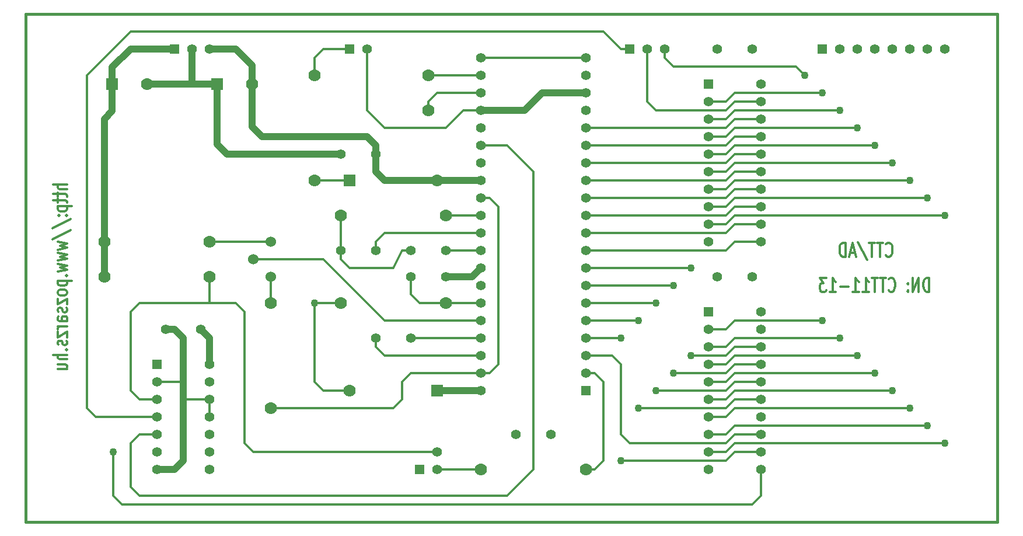
<source format=gbr>
G04 #@! TF.FileFunction,Copper,L2,Bot,Signal*
%FSLAX46Y46*%
G04 Gerber Fmt 4.6, Leading zero omitted, Abs format (unit mm)*
G04 Created by KiCad (PCBNEW 4.0.5+dfsg1-4+deb9u1) date Mon Sep 26 08:32:40 2022*
%MOMM*%
%LPD*%
G01*
G04 APERTURE LIST*
%ADD10C,0.100000*%
%ADD11C,0.304800*%
%ADD12C,0.381000*%
%ADD13C,1.397000*%
%ADD14R,1.778000X1.778000*%
%ADD15C,1.778000*%
%ADD16C,1.524000*%
%ADD17R,1.397000X1.397000*%
%ADD18C,1.099820*%
%ADD19C,0.350520*%
%ADD20C,1.000760*%
G04 APERTURE END LIST*
D10*
D11*
X80929238Y-84436860D02*
X78897238Y-84436860D01*
X80929238Y-85090003D02*
X79864857Y-85090003D01*
X79671333Y-85017432D01*
X79574571Y-84872289D01*
X79574571Y-84654574D01*
X79671333Y-84509432D01*
X79768095Y-84436860D01*
X79574571Y-85598003D02*
X79574571Y-86178574D01*
X78897238Y-85815717D02*
X80638952Y-85815717D01*
X80832476Y-85888289D01*
X80929238Y-86033431D01*
X80929238Y-86178574D01*
X79574571Y-86468860D02*
X79574571Y-87049431D01*
X78897238Y-86686574D02*
X80638952Y-86686574D01*
X80832476Y-86759146D01*
X80929238Y-86904288D01*
X80929238Y-87049431D01*
X79574571Y-87557431D02*
X81606571Y-87557431D01*
X79671333Y-87557431D02*
X79574571Y-87702574D01*
X79574571Y-87992860D01*
X79671333Y-88138003D01*
X79768095Y-88210574D01*
X79961619Y-88283145D01*
X80542190Y-88283145D01*
X80735714Y-88210574D01*
X80832476Y-88138003D01*
X80929238Y-87992860D01*
X80929238Y-87702574D01*
X80832476Y-87557431D01*
X80735714Y-88936288D02*
X80832476Y-89008860D01*
X80929238Y-88936288D01*
X80832476Y-88863717D01*
X80735714Y-88936288D01*
X80929238Y-88936288D01*
X79671333Y-88936288D02*
X79768095Y-89008860D01*
X79864857Y-88936288D01*
X79768095Y-88863717D01*
X79671333Y-88936288D01*
X79864857Y-88936288D01*
X78800476Y-90750574D02*
X81413048Y-89444288D01*
X78800476Y-92347145D02*
X81413048Y-91040859D01*
X79574571Y-92710001D02*
X80929238Y-93000287D01*
X79961619Y-93290573D01*
X80929238Y-93580858D01*
X79574571Y-93871144D01*
X79574571Y-94306572D02*
X80929238Y-94596858D01*
X79961619Y-94887144D01*
X80929238Y-95177429D01*
X79574571Y-95467715D01*
X79574571Y-95903143D02*
X80929238Y-96193429D01*
X79961619Y-96483715D01*
X80929238Y-96774000D01*
X79574571Y-97064286D01*
X80735714Y-97644857D02*
X80832476Y-97717429D01*
X80929238Y-97644857D01*
X80832476Y-97572286D01*
X80735714Y-97644857D01*
X80929238Y-97644857D01*
X79574571Y-98370571D02*
X81606571Y-98370571D01*
X79671333Y-98370571D02*
X79574571Y-98515714D01*
X79574571Y-98806000D01*
X79671333Y-98951143D01*
X79768095Y-99023714D01*
X79961619Y-99096285D01*
X80542190Y-99096285D01*
X80735714Y-99023714D01*
X80832476Y-98951143D01*
X80929238Y-98806000D01*
X80929238Y-98515714D01*
X80832476Y-98370571D01*
X80929238Y-99967142D02*
X80832476Y-99822000D01*
X80735714Y-99749428D01*
X80542190Y-99676857D01*
X79961619Y-99676857D01*
X79768095Y-99749428D01*
X79671333Y-99822000D01*
X79574571Y-99967142D01*
X79574571Y-100184857D01*
X79671333Y-100330000D01*
X79768095Y-100402571D01*
X79961619Y-100475142D01*
X80542190Y-100475142D01*
X80735714Y-100402571D01*
X80832476Y-100330000D01*
X80929238Y-100184857D01*
X80929238Y-99967142D01*
X79574571Y-100983142D02*
X79574571Y-101781428D01*
X80929238Y-100983142D01*
X80929238Y-101781428D01*
X80832476Y-102289428D02*
X80929238Y-102434571D01*
X80929238Y-102724856D01*
X80832476Y-102869999D01*
X80638952Y-102942571D01*
X80542190Y-102942571D01*
X80348667Y-102869999D01*
X80251905Y-102724856D01*
X80251905Y-102507142D01*
X80155143Y-102361999D01*
X79961619Y-102289428D01*
X79864857Y-102289428D01*
X79671333Y-102361999D01*
X79574571Y-102507142D01*
X79574571Y-102724856D01*
X79671333Y-102869999D01*
X80929238Y-104248856D02*
X79864857Y-104248856D01*
X79671333Y-104176285D01*
X79574571Y-104031142D01*
X79574571Y-103740856D01*
X79671333Y-103595713D01*
X80832476Y-104248856D02*
X80929238Y-104103713D01*
X80929238Y-103740856D01*
X80832476Y-103595713D01*
X80638952Y-103523142D01*
X80445429Y-103523142D01*
X80251905Y-103595713D01*
X80155143Y-103740856D01*
X80155143Y-104103713D01*
X80058381Y-104248856D01*
X80929238Y-104974570D02*
X79574571Y-104974570D01*
X79961619Y-104974570D02*
X79768095Y-105047142D01*
X79671333Y-105119713D01*
X79574571Y-105264856D01*
X79574571Y-105409999D01*
X79574571Y-105772856D02*
X79574571Y-106571142D01*
X80929238Y-105772856D01*
X80929238Y-106571142D01*
X80832476Y-107079142D02*
X80929238Y-107224285D01*
X80929238Y-107514570D01*
X80832476Y-107659713D01*
X80638952Y-107732285D01*
X80542190Y-107732285D01*
X80348667Y-107659713D01*
X80251905Y-107514570D01*
X80251905Y-107296856D01*
X80155143Y-107151713D01*
X79961619Y-107079142D01*
X79864857Y-107079142D01*
X79671333Y-107151713D01*
X79574571Y-107296856D01*
X79574571Y-107514570D01*
X79671333Y-107659713D01*
X80735714Y-108385427D02*
X80832476Y-108457999D01*
X80929238Y-108385427D01*
X80832476Y-108312856D01*
X80735714Y-108385427D01*
X80929238Y-108385427D01*
X80929238Y-109111141D02*
X78897238Y-109111141D01*
X80929238Y-109764284D02*
X79864857Y-109764284D01*
X79671333Y-109691713D01*
X79574571Y-109546570D01*
X79574571Y-109328855D01*
X79671333Y-109183713D01*
X79768095Y-109111141D01*
X79574571Y-111143141D02*
X80929238Y-111143141D01*
X79574571Y-110489998D02*
X80638952Y-110489998D01*
X80832476Y-110562570D01*
X80929238Y-110707712D01*
X80929238Y-110925427D01*
X80832476Y-111070570D01*
X80735714Y-111143141D01*
X199752857Y-94705714D02*
X199825428Y-94802476D01*
X200043142Y-94899238D01*
X200188285Y-94899238D01*
X200406000Y-94802476D01*
X200551142Y-94608952D01*
X200623714Y-94415429D01*
X200696285Y-94028381D01*
X200696285Y-93738095D01*
X200623714Y-93351048D01*
X200551142Y-93157524D01*
X200406000Y-92964000D01*
X200188285Y-92867238D01*
X200043142Y-92867238D01*
X199825428Y-92964000D01*
X199752857Y-93060762D01*
X199317428Y-92867238D02*
X198446571Y-92867238D01*
X198882000Y-94899238D02*
X198882000Y-92867238D01*
X198156285Y-92867238D02*
X197285428Y-92867238D01*
X197720857Y-94899238D02*
X197720857Y-92867238D01*
X195688856Y-92770476D02*
X196995142Y-95383048D01*
X195253428Y-94318667D02*
X194527714Y-94318667D01*
X195398571Y-94899238D02*
X194890571Y-92867238D01*
X194382571Y-94899238D01*
X193874571Y-94899238D02*
X193874571Y-92867238D01*
X193511714Y-92867238D01*
X193293999Y-92964000D01*
X193148857Y-93157524D01*
X193076285Y-93351048D01*
X193003714Y-93738095D01*
X193003714Y-94028381D01*
X193076285Y-94415429D01*
X193148857Y-94608952D01*
X193293999Y-94802476D01*
X193511714Y-94899238D01*
X193874571Y-94899238D01*
X206030286Y-99979238D02*
X206030286Y-97947238D01*
X205667429Y-97947238D01*
X205449714Y-98044000D01*
X205304572Y-98237524D01*
X205232000Y-98431048D01*
X205159429Y-98818095D01*
X205159429Y-99108381D01*
X205232000Y-99495429D01*
X205304572Y-99688952D01*
X205449714Y-99882476D01*
X205667429Y-99979238D01*
X206030286Y-99979238D01*
X204506286Y-99979238D02*
X204506286Y-97947238D01*
X203635429Y-99979238D01*
X203635429Y-97947238D01*
X202909715Y-99785714D02*
X202837143Y-99882476D01*
X202909715Y-99979238D01*
X202982286Y-99882476D01*
X202909715Y-99785714D01*
X202909715Y-99979238D01*
X202909715Y-98721333D02*
X202837143Y-98818095D01*
X202909715Y-98914857D01*
X202982286Y-98818095D01*
X202909715Y-98721333D01*
X202909715Y-98914857D01*
X200152001Y-99785714D02*
X200224572Y-99882476D01*
X200442286Y-99979238D01*
X200587429Y-99979238D01*
X200805144Y-99882476D01*
X200950286Y-99688952D01*
X201022858Y-99495429D01*
X201095429Y-99108381D01*
X201095429Y-98818095D01*
X201022858Y-98431048D01*
X200950286Y-98237524D01*
X200805144Y-98044000D01*
X200587429Y-97947238D01*
X200442286Y-97947238D01*
X200224572Y-98044000D01*
X200152001Y-98140762D01*
X199716572Y-97947238D02*
X198845715Y-97947238D01*
X199281144Y-99979238D02*
X199281144Y-97947238D01*
X198555429Y-97947238D02*
X197684572Y-97947238D01*
X198120001Y-99979238D02*
X198120001Y-97947238D01*
X196378286Y-99979238D02*
X197249143Y-99979238D01*
X196813715Y-99979238D02*
X196813715Y-97947238D01*
X196958858Y-98237524D01*
X197104000Y-98431048D01*
X197249143Y-98527810D01*
X194926857Y-99979238D02*
X195797714Y-99979238D01*
X195362286Y-99979238D02*
X195362286Y-97947238D01*
X195507429Y-98237524D01*
X195652571Y-98431048D01*
X195797714Y-98527810D01*
X194273714Y-99205143D02*
X193112571Y-99205143D01*
X191588571Y-99979238D02*
X192459428Y-99979238D01*
X192024000Y-99979238D02*
X192024000Y-97947238D01*
X192169143Y-98237524D01*
X192314285Y-98431048D01*
X192459428Y-98527810D01*
X191080571Y-97947238D02*
X190137142Y-97947238D01*
X190645142Y-98721333D01*
X190427428Y-98721333D01*
X190282285Y-98818095D01*
X190209714Y-98914857D01*
X190137142Y-99108381D01*
X190137142Y-99592190D01*
X190209714Y-99785714D01*
X190282285Y-99882476D01*
X190427428Y-99979238D01*
X190862856Y-99979238D01*
X191007999Y-99882476D01*
X191080571Y-99785714D01*
D12*
X74930000Y-59690000D02*
X74930000Y-133350000D01*
X215900000Y-59690000D02*
X74930000Y-59690000D01*
X215900000Y-133350000D02*
X215900000Y-59690000D01*
X74930000Y-133350000D02*
X215900000Y-133350000D01*
D13*
X120650000Y-93980000D03*
X125730000Y-93980000D03*
X135890000Y-93980000D03*
X130810000Y-93980000D03*
X130810000Y-106680000D03*
X125730000Y-106680000D03*
X130810000Y-97790000D03*
X135890000Y-97790000D03*
X120650000Y-80010000D03*
X125730000Y-80010000D03*
X180340000Y-64770000D03*
X175260000Y-64770000D03*
X180340000Y-97790000D03*
X175260000Y-97790000D03*
X100330000Y-105410000D03*
X95250000Y-105410000D03*
X146050000Y-120650000D03*
X151130000Y-120650000D03*
D14*
X102743000Y-69850000D03*
D15*
X107823000Y-69850000D03*
D14*
X87503000Y-69850000D03*
D15*
X92583000Y-69850000D03*
X121920000Y-114300000D03*
D14*
X134620000Y-114300000D03*
D15*
X134620000Y-83820000D03*
D14*
X121920000Y-83820000D03*
D15*
X133350000Y-73660000D03*
X133350000Y-68580000D03*
X135890000Y-88900000D03*
X120650000Y-88900000D03*
X140970000Y-125730000D03*
X156210000Y-125730000D03*
X101600000Y-97790000D03*
X86360000Y-97790000D03*
X86360000Y-92710000D03*
X101600000Y-92710000D03*
X110490000Y-101600000D03*
X110490000Y-116840000D03*
X116840000Y-68580000D03*
X116840000Y-83820000D03*
X120650000Y-101600000D03*
X135890000Y-101600000D03*
D16*
X110490000Y-97790000D03*
X107950000Y-95250000D03*
X110490000Y-92710000D03*
D17*
X132080000Y-125730000D03*
D13*
X134620000Y-125730000D03*
X134620000Y-123190000D03*
D17*
X190500000Y-64770000D03*
D13*
X193040000Y-64770000D03*
X195580000Y-64770000D03*
X198120000Y-64770000D03*
X200660000Y-64770000D03*
X203200000Y-64770000D03*
X205740000Y-64770000D03*
X208280000Y-64770000D03*
D17*
X162560000Y-64770000D03*
D13*
X165100000Y-64770000D03*
X167640000Y-64770000D03*
D17*
X121920000Y-64770000D03*
D13*
X124460000Y-64770000D03*
D17*
X96520000Y-64770000D03*
D13*
X99060000Y-64770000D03*
X101600000Y-64770000D03*
D17*
X93980000Y-110490000D03*
D13*
X93980000Y-113030000D03*
X93980000Y-115570000D03*
X93980000Y-118110000D03*
X93980000Y-120650000D03*
X93980000Y-123190000D03*
X93980000Y-125730000D03*
X101600000Y-125730000D03*
X101600000Y-123190000D03*
X101600000Y-120650000D03*
X101600000Y-118110000D03*
X101600000Y-115570000D03*
X101600000Y-113030000D03*
X101600000Y-110490000D03*
D17*
X156210000Y-114300000D03*
D13*
X156210000Y-111760000D03*
X156210000Y-109220000D03*
X156210000Y-106680000D03*
X156210000Y-104140000D03*
X156210000Y-101600000D03*
X156210000Y-99060000D03*
X156210000Y-96520000D03*
X156210000Y-93980000D03*
X156210000Y-91440000D03*
X156210000Y-88900000D03*
X156210000Y-86360000D03*
X156210000Y-83820000D03*
X156210000Y-81280000D03*
X156210000Y-78740000D03*
X156210000Y-76200000D03*
X156210000Y-73660000D03*
X156210000Y-71120000D03*
X156210000Y-68580000D03*
X156210000Y-66040000D03*
X140970000Y-66040000D03*
X140970000Y-68580000D03*
X140970000Y-71120000D03*
X140970000Y-73660000D03*
X140970000Y-76200000D03*
X140970000Y-78740000D03*
X140970000Y-81280000D03*
X140970000Y-83820000D03*
X140970000Y-86360000D03*
X140970000Y-88900000D03*
X140970000Y-91440000D03*
X140970000Y-93980000D03*
X140970000Y-96520000D03*
X140970000Y-99060000D03*
X140970000Y-101600000D03*
X140970000Y-104140000D03*
X140970000Y-106680000D03*
X140970000Y-109220000D03*
X140970000Y-111760000D03*
X140970000Y-114300000D03*
D17*
X173990000Y-102870000D03*
D13*
X173990000Y-105410000D03*
X173990000Y-107950000D03*
X173990000Y-110490000D03*
X173990000Y-113030000D03*
X173990000Y-115570000D03*
X173990000Y-118110000D03*
X173990000Y-120650000D03*
X173990000Y-123190000D03*
X173990000Y-125730000D03*
X181610000Y-125730000D03*
X181610000Y-123190000D03*
X181610000Y-120650000D03*
X181610000Y-118110000D03*
X181610000Y-115570000D03*
X181610000Y-113030000D03*
X181610000Y-110490000D03*
X181610000Y-107950000D03*
X181610000Y-105410000D03*
X181610000Y-102870000D03*
D17*
X173990000Y-69850000D03*
D13*
X173990000Y-72390000D03*
X173990000Y-74930000D03*
X173990000Y-77470000D03*
X173990000Y-80010000D03*
X173990000Y-82550000D03*
X173990000Y-85090000D03*
X173990000Y-87630000D03*
X173990000Y-90170000D03*
X173990000Y-92710000D03*
X181610000Y-92710000D03*
X181610000Y-90170000D03*
X181610000Y-87630000D03*
X181610000Y-85090000D03*
X181610000Y-82550000D03*
X181610000Y-80010000D03*
X181610000Y-77470000D03*
X181610000Y-74930000D03*
X181610000Y-72390000D03*
X181610000Y-69850000D03*
D18*
X187960000Y-68580000D03*
X116840000Y-101600000D03*
X87630000Y-123190000D03*
X161290000Y-106680000D03*
X161290000Y-124460000D03*
X163830000Y-104140000D03*
X163830000Y-116840000D03*
X166370000Y-101600000D03*
X166370000Y-114300000D03*
X168910000Y-111760000D03*
X168910000Y-99060000D03*
X171450000Y-109220000D03*
X171450000Y-96520000D03*
X190500000Y-104140000D03*
X190500000Y-71120000D03*
X193040000Y-106680000D03*
X193040000Y-73660000D03*
X195580000Y-109220000D03*
X195580000Y-76200000D03*
X198120000Y-111760000D03*
X198120000Y-78740000D03*
X200660000Y-114300000D03*
X200660000Y-81280000D03*
X203200000Y-116840000D03*
X203200000Y-83820000D03*
X205740000Y-119380000D03*
X205740000Y-86360000D03*
X208280000Y-121920000D03*
X208280000Y-88900000D03*
D19*
X140970000Y-66040000D02*
X156210000Y-66040000D01*
X161290000Y-64770000D02*
X158750000Y-62230000D01*
X158750000Y-62230000D02*
X90170000Y-62230000D01*
X90170000Y-62230000D02*
X85090000Y-67310000D01*
X85090000Y-67310000D02*
X83820000Y-68580000D01*
X83820000Y-68580000D02*
X83820000Y-116840000D01*
X83820000Y-116840000D02*
X85090000Y-118110000D01*
X85090000Y-118110000D02*
X93980000Y-118110000D01*
X162560000Y-64770000D02*
X161290000Y-64770000D01*
X116840000Y-66040000D02*
X118110000Y-64770000D01*
X118110000Y-64770000D02*
X121920000Y-64770000D01*
X116840000Y-68580000D02*
X116840000Y-66040000D01*
X165100000Y-72390000D02*
X166370000Y-73660000D01*
X166370000Y-73660000D02*
X176530000Y-73660000D01*
X176530000Y-73660000D02*
X177800000Y-72390000D01*
X177800000Y-72390000D02*
X181610000Y-72390000D01*
X165100000Y-64770000D02*
X165100000Y-72390000D01*
X186690000Y-67310000D02*
X168910000Y-67310000D01*
X187960000Y-68580000D02*
X186690000Y-67310000D01*
X168910000Y-67310000D02*
X167640000Y-66040000D01*
X167640000Y-66040000D02*
X167640000Y-64770000D01*
X140970000Y-68580000D02*
X133350000Y-68580000D01*
X129540000Y-93980000D02*
X128270000Y-96520000D01*
X128270000Y-96520000D02*
X121920000Y-96520000D01*
X121920000Y-96520000D02*
X120650000Y-95250000D01*
X120650000Y-95250000D02*
X120650000Y-88900000D01*
X130810000Y-93980000D02*
X129540000Y-93980000D01*
X127000000Y-91440000D02*
X125730000Y-92710000D01*
X125730000Y-92710000D02*
X125730000Y-93980000D01*
X140970000Y-91440000D02*
X127000000Y-91440000D01*
X135890000Y-93980000D02*
X140970000Y-93980000D01*
X140970000Y-106680000D02*
X130810000Y-106680000D01*
X125730000Y-107950000D02*
X127000000Y-109220000D01*
X127000000Y-109220000D02*
X140970000Y-109220000D01*
X125730000Y-106680000D02*
X125730000Y-107950000D01*
X101600000Y-118110000D02*
X101600000Y-115570000D01*
X93980000Y-113030000D02*
X97790000Y-113030000D01*
D20*
X96520000Y-125730000D02*
X97790000Y-124460000D01*
X97790000Y-113030000D02*
X97790000Y-106680000D01*
X97790000Y-115570000D02*
X97790000Y-113030000D01*
X97790000Y-124460000D02*
X97790000Y-115570000D01*
X97790000Y-106680000D02*
X96520000Y-105410000D01*
X96520000Y-105410000D02*
X95250000Y-105410000D01*
X93980000Y-125730000D02*
X96520000Y-125730000D01*
X102743000Y-78613000D02*
X104140000Y-80010000D01*
X104140000Y-80010000D02*
X120650000Y-80010000D01*
X102743000Y-69850000D02*
X102743000Y-78613000D01*
X99060000Y-69850000D02*
X92583000Y-69850000D01*
X102743000Y-69850000D02*
X99060000Y-69850000D01*
X139700000Y-97790000D02*
X140970000Y-96520000D01*
X135890000Y-97790000D02*
X139700000Y-97790000D01*
X147320000Y-73660000D02*
X149860000Y-71120000D01*
X149860000Y-71120000D02*
X156210000Y-71120000D01*
X143510000Y-73660000D02*
X147320000Y-73660000D01*
X140970000Y-73660000D02*
X143510000Y-73660000D01*
X99060000Y-64770000D02*
X99060000Y-69850000D01*
D19*
X124460000Y-73660000D02*
X127000000Y-76200000D01*
X127000000Y-76200000D02*
X135890000Y-76200000D01*
X135890000Y-76200000D02*
X138430000Y-73660000D01*
X138430000Y-73660000D02*
X140970000Y-73660000D01*
X124460000Y-64770000D02*
X124460000Y-73660000D01*
X101600000Y-115570000D02*
X97790000Y-115570000D01*
D20*
X107823000Y-76073000D02*
X109220000Y-77470000D01*
X109220000Y-77470000D02*
X124460000Y-77470000D01*
X124460000Y-77470000D02*
X125730000Y-78740000D01*
X125730000Y-78740000D02*
X125730000Y-82550000D01*
X125730000Y-82550000D02*
X127000000Y-83820000D01*
X127000000Y-83820000D02*
X134620000Y-83820000D01*
X107823000Y-69850000D02*
X107823000Y-76073000D01*
X140970000Y-83820000D02*
X134620000Y-83820000D01*
X105410000Y-64770000D02*
X107823000Y-67183000D01*
X107823000Y-67183000D02*
X107823000Y-69850000D01*
X101600000Y-64770000D02*
X105410000Y-64770000D01*
X101600000Y-106680000D02*
X101600000Y-110490000D01*
X100330000Y-105410000D02*
X101600000Y-106680000D01*
X86360000Y-74930000D02*
X87503000Y-73787000D01*
X87503000Y-73787000D02*
X87503000Y-69850000D01*
X86360000Y-97790000D02*
X86360000Y-74930000D01*
X134620000Y-114300000D02*
X140970000Y-114300000D01*
X90170000Y-64770000D02*
X87503000Y-67437000D01*
X87503000Y-67437000D02*
X87503000Y-69850000D01*
X96520000Y-64770000D02*
X90170000Y-64770000D01*
D19*
X120650000Y-101600000D02*
X116840000Y-101600000D01*
X118110000Y-114300000D02*
X121920000Y-114300000D01*
X116840000Y-113030000D02*
X118110000Y-114300000D01*
X116840000Y-101600000D02*
X116840000Y-113030000D01*
X116840000Y-83820000D02*
X121920000Y-83820000D01*
X134620000Y-71120000D02*
X133350000Y-72390000D01*
X133350000Y-72390000D02*
X133350000Y-73660000D01*
X140970000Y-71120000D02*
X134620000Y-71120000D01*
X135890000Y-88900000D02*
X140970000Y-88900000D01*
X140970000Y-125730000D02*
X134620000Y-125730000D01*
X157480000Y-125730000D02*
X158750000Y-124460000D01*
X158750000Y-124460000D02*
X158750000Y-113030000D01*
X158750000Y-113030000D02*
X157480000Y-111760000D01*
X157480000Y-111760000D02*
X156210000Y-111760000D01*
X156210000Y-125730000D02*
X157480000Y-125730000D01*
X105410000Y-101600000D02*
X106680000Y-102870000D01*
X106680000Y-102870000D02*
X106680000Y-121920000D01*
X106680000Y-121920000D02*
X107950000Y-123190000D01*
X107950000Y-123190000D02*
X134620000Y-123190000D01*
X101600000Y-101600000D02*
X105410000Y-101600000D01*
X101600000Y-101600000D02*
X91440000Y-101600000D01*
X91440000Y-101600000D02*
X90170000Y-102870000D01*
X90170000Y-102870000D02*
X90170000Y-114300000D01*
X90170000Y-114300000D02*
X91440000Y-115570000D01*
X91440000Y-115570000D02*
X93980000Y-115570000D01*
X101600000Y-97790000D02*
X101600000Y-101600000D01*
X101600000Y-92710000D02*
X110490000Y-92710000D01*
X110490000Y-101600000D02*
X110490000Y-97790000D01*
X142240000Y-86360000D02*
X143510000Y-87630000D01*
X143510000Y-87630000D02*
X143510000Y-109220000D01*
X143510000Y-109220000D02*
X143510000Y-110490000D01*
X143510000Y-110490000D02*
X142240000Y-111760000D01*
X142240000Y-111760000D02*
X140970000Y-111760000D01*
X140970000Y-86360000D02*
X142240000Y-86360000D01*
X128270000Y-116840000D02*
X129540000Y-115570000D01*
X129540000Y-115570000D02*
X129540000Y-113030000D01*
X129540000Y-113030000D02*
X130810000Y-111760000D01*
X130810000Y-111760000D02*
X140970000Y-111760000D01*
X110490000Y-116840000D02*
X128270000Y-116840000D01*
X135890000Y-101600000D02*
X140970000Y-101600000D01*
X130810000Y-100330000D02*
X132080000Y-101600000D01*
X132080000Y-101600000D02*
X135890000Y-101600000D01*
X130810000Y-97790000D02*
X130810000Y-100330000D01*
X118110000Y-95250000D02*
X127000000Y-104140000D01*
X127000000Y-104140000D02*
X140970000Y-104140000D01*
X107950000Y-95250000D02*
X118110000Y-95250000D01*
X148590000Y-125730000D02*
X148590000Y-82550000D01*
X148590000Y-82550000D02*
X146050000Y-80010000D01*
X146050000Y-128270000D02*
X148590000Y-125730000D01*
X144780000Y-78740000D02*
X146050000Y-80010000D01*
X146050000Y-128270000D02*
X144780000Y-129540000D01*
X144780000Y-129540000D02*
X91440000Y-129540000D01*
X91440000Y-129540000D02*
X90170000Y-128270000D01*
X90170000Y-128270000D02*
X90170000Y-123190000D01*
X90170000Y-123190000D02*
X90170000Y-121920000D01*
X90170000Y-121920000D02*
X91440000Y-120650000D01*
X91440000Y-120650000D02*
X93980000Y-120650000D01*
X140970000Y-78740000D02*
X144780000Y-78740000D01*
X181610000Y-129540000D02*
X180340000Y-130810000D01*
X180340000Y-130810000D02*
X88900000Y-130810000D01*
X88900000Y-130810000D02*
X87630000Y-129540000D01*
X87630000Y-129540000D02*
X87630000Y-123190000D01*
X181610000Y-125730000D02*
X181610000Y-129540000D01*
X160020000Y-109220000D02*
X161290000Y-110490000D01*
X161290000Y-110490000D02*
X161290000Y-120650000D01*
X161290000Y-120650000D02*
X162560000Y-121920000D01*
X162560000Y-121920000D02*
X176530000Y-121920000D01*
X176530000Y-121920000D02*
X177800000Y-120650000D01*
X177800000Y-120650000D02*
X181610000Y-120650000D01*
X156210000Y-109220000D02*
X160020000Y-109220000D01*
X161290000Y-124460000D02*
X176530000Y-124460000D01*
X176530000Y-124460000D02*
X177800000Y-123190000D01*
X177800000Y-123190000D02*
X181610000Y-123190000D01*
X156210000Y-106680000D02*
X161290000Y-106680000D01*
X163830000Y-116840000D02*
X176530000Y-116840000D01*
X176530000Y-116840000D02*
X177800000Y-115570000D01*
X177800000Y-115570000D02*
X181610000Y-115570000D01*
X156210000Y-104140000D02*
X163830000Y-104140000D01*
X176530000Y-114300000D02*
X166370000Y-114300000D01*
X177800000Y-113030000D02*
X176530000Y-114300000D01*
X166370000Y-101600000D02*
X156210000Y-101600000D01*
X181610000Y-113030000D02*
X177800000Y-113030000D01*
X177800000Y-110490000D02*
X181610000Y-110490000D01*
X176530000Y-111760000D02*
X177800000Y-110490000D01*
X168910000Y-111760000D02*
X176530000Y-111760000D01*
X156210000Y-99060000D02*
X162560000Y-99060000D01*
X162560000Y-99060000D02*
X168910000Y-99060000D01*
X177800000Y-107950000D02*
X181610000Y-107950000D01*
X176530000Y-109220000D02*
X177800000Y-107950000D01*
X171450000Y-109220000D02*
X176530000Y-109220000D01*
X156210000Y-96520000D02*
X162560000Y-96520000D01*
X162560000Y-96520000D02*
X171450000Y-96520000D01*
X176530000Y-93980000D02*
X162560000Y-93980000D01*
X177800000Y-92710000D02*
X176530000Y-93980000D01*
X162560000Y-93980000D02*
X156210000Y-93980000D01*
X181610000Y-92710000D02*
X177800000Y-92710000D01*
X177800000Y-90170000D02*
X181610000Y-90170000D01*
X176530000Y-91440000D02*
X177800000Y-90170000D01*
X156210000Y-91440000D02*
X162560000Y-91440000D01*
X162560000Y-91440000D02*
X176530000Y-91440000D01*
X176530000Y-88900000D02*
X162560000Y-88900000D01*
X177800000Y-87630000D02*
X176530000Y-88900000D01*
X162560000Y-88900000D02*
X156210000Y-88900000D01*
X181610000Y-87630000D02*
X177800000Y-87630000D01*
X177800000Y-85090000D02*
X181610000Y-85090000D01*
X176530000Y-86360000D02*
X177800000Y-85090000D01*
X156210000Y-86360000D02*
X162560000Y-86360000D01*
X162560000Y-86360000D02*
X176530000Y-86360000D01*
X176530000Y-83820000D02*
X162560000Y-83820000D01*
X177800000Y-82550000D02*
X176530000Y-83820000D01*
X162560000Y-83820000D02*
X156210000Y-83820000D01*
X181610000Y-82550000D02*
X177800000Y-82550000D01*
X177800000Y-80010000D02*
X181610000Y-80010000D01*
X176530000Y-81280000D02*
X177800000Y-80010000D01*
X156210000Y-81280000D02*
X162560000Y-81280000D01*
X162560000Y-81280000D02*
X176530000Y-81280000D01*
X176530000Y-78740000D02*
X162560000Y-78740000D01*
X177800000Y-77470000D02*
X176530000Y-78740000D01*
X162560000Y-78740000D02*
X156210000Y-78740000D01*
X181610000Y-77470000D02*
X177800000Y-77470000D01*
X177800000Y-74930000D02*
X181610000Y-74930000D01*
X176530000Y-76200000D02*
X177800000Y-74930000D01*
X156210000Y-76200000D02*
X162560000Y-76200000D01*
X162560000Y-76200000D02*
X176530000Y-76200000D01*
X190500000Y-104140000D02*
X177800000Y-104140000D01*
X177800000Y-104140000D02*
X176530000Y-105410000D01*
X176530000Y-105410000D02*
X173990000Y-105410000D01*
X176530000Y-72390000D02*
X177800000Y-71120000D01*
X177800000Y-71120000D02*
X190500000Y-71120000D01*
X173990000Y-72390000D02*
X176530000Y-72390000D01*
X176530000Y-107950000D02*
X177800000Y-106680000D01*
X177800000Y-106680000D02*
X193040000Y-106680000D01*
X173990000Y-107950000D02*
X176530000Y-107950000D01*
X176530000Y-74930000D02*
X177800000Y-73660000D01*
X177800000Y-73660000D02*
X193040000Y-73660000D01*
X173990000Y-74930000D02*
X176530000Y-74930000D01*
X195580000Y-109220000D02*
X177800000Y-109220000D01*
X177800000Y-109220000D02*
X176530000Y-110490000D01*
X176530000Y-110490000D02*
X173990000Y-110490000D01*
X176530000Y-77470000D02*
X177800000Y-76200000D01*
X177800000Y-76200000D02*
X195580000Y-76200000D01*
X173990000Y-77470000D02*
X176530000Y-77470000D01*
X176530000Y-113030000D02*
X177800000Y-111760000D01*
X177800000Y-111760000D02*
X198120000Y-111760000D01*
X173990000Y-113030000D02*
X176530000Y-113030000D01*
X198120000Y-78740000D02*
X177800000Y-78740000D01*
X177800000Y-78740000D02*
X176530000Y-80010000D01*
X176530000Y-80010000D02*
X173990000Y-80010000D01*
X200660000Y-114300000D02*
X177800000Y-114300000D01*
X177800000Y-114300000D02*
X176530000Y-115570000D01*
X176530000Y-115570000D02*
X173990000Y-115570000D01*
X176530000Y-82550000D02*
X177800000Y-81280000D01*
X177800000Y-81280000D02*
X200660000Y-81280000D01*
X173990000Y-82550000D02*
X176530000Y-82550000D01*
X176530000Y-118110000D02*
X177800000Y-116840000D01*
X177800000Y-116840000D02*
X203200000Y-116840000D01*
X173990000Y-118110000D02*
X176530000Y-118110000D01*
X203200000Y-83820000D02*
X177800000Y-83820000D01*
X177800000Y-83820000D02*
X176530000Y-85090000D01*
X176530000Y-85090000D02*
X173990000Y-85090000D01*
X176530000Y-120650000D02*
X177800000Y-119380000D01*
X177800000Y-119380000D02*
X205740000Y-119380000D01*
X173990000Y-120650000D02*
X176530000Y-120650000D01*
X176530000Y-87630000D02*
X177800000Y-86360000D01*
X177800000Y-86360000D02*
X205740000Y-86360000D01*
X173990000Y-87630000D02*
X176530000Y-87630000D01*
X208280000Y-121920000D02*
X177800000Y-121920000D01*
X177800000Y-121920000D02*
X176530000Y-123190000D01*
X176530000Y-123190000D02*
X173990000Y-123190000D01*
X176530000Y-90170000D02*
X177800000Y-88900000D01*
X177800000Y-88900000D02*
X208280000Y-88900000D01*
X173990000Y-90170000D02*
X176530000Y-90170000D01*
M02*

</source>
